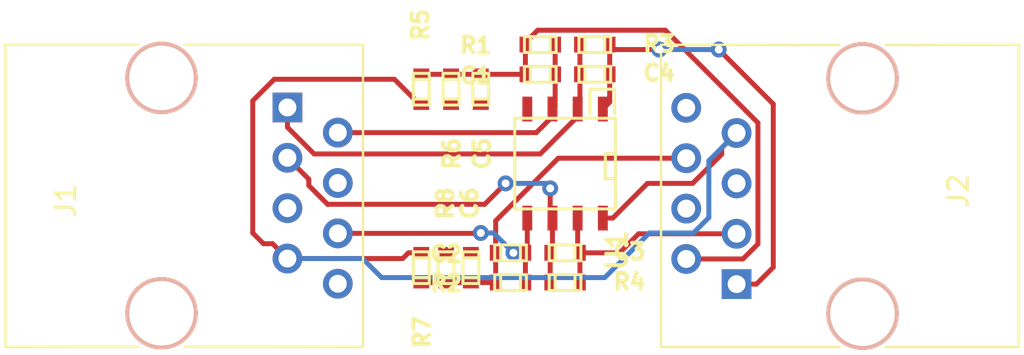
<source format=kicad_pcb>
(kicad_pcb (version 20170123) (host pcbnew "(2017-04-22 revision b385413)-master")

  (general
    (links 38)
    (no_connects 38)
    (area 119.554999 67.1425 171.595001 85.365001)
    (thickness 1.6)
    (drawings 0)
    (tracks 102)
    (zones 0)
    (modules 17)
    (nets 15)
  )

  (page A4)
  (layers
    (0 F.Cu signal)
    (31 B.Cu signal)
    (32 B.Adhes user)
    (33 F.Adhes user)
    (34 B.Paste user)
    (35 F.Paste user)
    (36 B.SilkS user)
    (37 F.SilkS user)
    (38 B.Mask user)
    (39 F.Mask user)
    (40 Dwgs.User user)
    (41 Cmts.User user)
    (42 Eco1.User user)
    (43 Eco2.User user)
    (44 Edge.Cuts user)
    (45 Margin user)
    (46 B.CrtYd user)
    (47 F.CrtYd user)
    (48 B.Fab user)
    (49 F.Fab user)
  )

  (setup
    (last_trace_width 0.25)
    (trace_clearance 0.2)
    (zone_clearance 0.508)
    (zone_45_only no)
    (trace_min 0.2)
    (segment_width 0.2)
    (edge_width 0.15)
    (via_size 0.8)
    (via_drill 0.4)
    (via_min_size 0.4)
    (via_min_drill 0.3)
    (uvia_size 0.3)
    (uvia_drill 0.1)
    (uvias_allowed no)
    (uvia_min_size 0.2)
    (uvia_min_drill 0.1)
    (pcb_text_width 0.3)
    (pcb_text_size 1.5 1.5)
    (mod_edge_width 0.15)
    (mod_text_size 1 1)
    (mod_text_width 0.15)
    (pad_size 1.524 1.524)
    (pad_drill 0.762)
    (pad_to_mask_clearance 0.2)
    (aux_axis_origin 0 0)
    (visible_elements FFF9FF7F)
    (pcbplotparams
      (layerselection 0x00030_ffffffff)
      (usegerberextensions false)
      (excludeedgelayer true)
      (linewidth 0.100000)
      (plotframeref false)
      (viasonmask false)
      (mode 1)
      (useauxorigin false)
      (hpglpennumber 1)
      (hpglpenspeed 20)
      (hpglpendiameter 15)
      (psnegative false)
      (psa4output false)
      (plotreference true)
      (plotvalue true)
      (plotinvisibletext false)
      (padsonsilk false)
      (subtractmaskfromsilk false)
      (outputformat 1)
      (mirror false)
      (drillshape 1)
      (scaleselection 1)
      (outputdirectory ""))
  )

  (net 0 "")
  (net 1 "Net-(C1-Pad2)")
  (net 2 "Net-(C1-Pad1)")
  (net 3 "Net-(C2-Pad1)")
  (net 4 "Net-(C2-Pad2)")
  (net 5 "Net-(C3-Pad1)")
  (net 6 "Net-(C3-Pad2)")
  (net 7 "Net-(C4-Pad2)")
  (net 8 "Net-(C4-Pad1)")
  (net 9 GND)
  (net 10 +5V)
  (net 11 "Net-(J1-Pad5)")
  (net 12 "Net-(J1-Pad4)")
  (net 13 "Net-(J2-Pad4)")
  (net 14 "Net-(J2-Pad5)")

  (net_class Default "This is the default net class."
    (clearance 0.2)
    (trace_width 0.25)
    (via_dia 0.8)
    (via_drill 0.4)
    (uvia_dia 0.3)
    (uvia_drill 0.1)
    (add_net +5V)
    (add_net GND)
    (add_net "Net-(C1-Pad1)")
    (add_net "Net-(C1-Pad2)")
    (add_net "Net-(C2-Pad1)")
    (add_net "Net-(C2-Pad2)")
    (add_net "Net-(C3-Pad1)")
    (add_net "Net-(C3-Pad2)")
    (add_net "Net-(C4-Pad1)")
    (add_net "Net-(C4-Pad2)")
    (add_net "Net-(J1-Pad4)")
    (add_net "Net-(J1-Pad5)")
    (add_net "Net-(J2-Pad4)")
    (add_net "Net-(J2-Pad5)")
  )

  (module stmbl:C_0603 (layer F.Cu) (tedit 58865B58) (tstamp 592E3406)
    (at 147 71)
    (descr "Capacitor SMD 0603, reflow soldering, AVX (see smccp.pdf)")
    (tags "capacitor 0603")
    (path /592E0C46)
    (attr smd)
    (fp_text reference C1 (at -3.248 0.064) (layer F.SilkS)
      (effects (font (size 0.8 0.8) (thickness 0.2)))
    )
    (fp_text value 27p (at 0 1.4) (layer F.Fab)
      (effects (font (size 1 1) (thickness 0.15)))
    )
    (fp_line (start 0.5 -0.4) (end 0.5 0.4) (layer F.SilkS) (width 0.15))
    (fp_line (start -0.5 -0.4) (end -0.5 0.4) (layer F.SilkS) (width 0.15))
    (fp_line (start 0.8 -0.4) (end -0.8 -0.4) (layer F.SilkS) (width 0.15))
    (fp_line (start 0.8 0.4) (end 0.8 -0.4) (layer F.SilkS) (width 0.15))
    (fp_line (start -0.8 0.4) (end 0.8 0.4) (layer F.SilkS) (width 0.15))
    (fp_line (start -0.8 -0.4) (end -0.8 0.4) (layer F.SilkS) (width 0.15))
    (fp_line (start -1.3 -0.6) (end 1.3 -0.6) (layer F.CrtYd) (width 0.05))
    (fp_line (start -1.3 0.6) (end 1.3 0.6) (layer F.CrtYd) (width 0.05))
    (fp_line (start -1.3 -0.6) (end -1.3 0.6) (layer F.CrtYd) (width 0.05))
    (fp_line (start 1.3 -0.6) (end 1.3 0.6) (layer F.CrtYd) (width 0.05))
    (pad 2 smd rect (at 0.75 0) (size 0.59 0.8) (layers F.Cu F.Paste F.Mask)
      (net 1 "Net-(C1-Pad2)") (solder_mask_margin 0.1))
    (pad 1 smd rect (at -0.75 0) (size 0.59 0.8) (layers F.Cu F.Paste F.Mask)
      (net 2 "Net-(C1-Pad1)") (solder_mask_margin 0.1))
    (model Capacitors_SMD.3dshapes/C_0603.wrl
      (at (xyz 0 0 0))
      (scale (xyz 1 1 1))
      (rotate (xyz 0 0 0))
    )
  )

  (module stmbl:C_0603 (layer F.Cu) (tedit 58865B58) (tstamp 592E3416)
    (at 145.5 80)
    (descr "Capacitor SMD 0603, reflow soldering, AVX (see smccp.pdf)")
    (tags "capacitor 0603")
    (path /592E0E05)
    (attr smd)
    (fp_text reference C2 (at -3.248 0.064) (layer F.SilkS)
      (effects (font (size 0.8 0.8) (thickness 0.2)))
    )
    (fp_text value 27p (at 0 1.4) (layer F.Fab)
      (effects (font (size 1 1) (thickness 0.15)))
    )
    (fp_line (start 1.3 -0.6) (end 1.3 0.6) (layer F.CrtYd) (width 0.05))
    (fp_line (start -1.3 -0.6) (end -1.3 0.6) (layer F.CrtYd) (width 0.05))
    (fp_line (start -1.3 0.6) (end 1.3 0.6) (layer F.CrtYd) (width 0.05))
    (fp_line (start -1.3 -0.6) (end 1.3 -0.6) (layer F.CrtYd) (width 0.05))
    (fp_line (start -0.8 -0.4) (end -0.8 0.4) (layer F.SilkS) (width 0.15))
    (fp_line (start -0.8 0.4) (end 0.8 0.4) (layer F.SilkS) (width 0.15))
    (fp_line (start 0.8 0.4) (end 0.8 -0.4) (layer F.SilkS) (width 0.15))
    (fp_line (start 0.8 -0.4) (end -0.8 -0.4) (layer F.SilkS) (width 0.15))
    (fp_line (start -0.5 -0.4) (end -0.5 0.4) (layer F.SilkS) (width 0.15))
    (fp_line (start 0.5 -0.4) (end 0.5 0.4) (layer F.SilkS) (width 0.15))
    (pad 1 smd rect (at -0.75 0) (size 0.59 0.8) (layers F.Cu F.Paste F.Mask)
      (net 3 "Net-(C2-Pad1)") (solder_mask_margin 0.1))
    (pad 2 smd rect (at 0.75 0) (size 0.59 0.8) (layers F.Cu F.Paste F.Mask)
      (net 4 "Net-(C2-Pad2)") (solder_mask_margin 0.1))
    (model Capacitors_SMD.3dshapes/C_0603.wrl
      (at (xyz 0 0 0))
      (scale (xyz 1 1 1))
      (rotate (xyz 0 0 0))
    )
  )

  (module stmbl:C_0603 (layer F.Cu) (tedit 58865B58) (tstamp 592E3426)
    (at 148.25 80 180)
    (descr "Capacitor SMD 0603, reflow soldering, AVX (see smccp.pdf)")
    (tags "capacitor 0603")
    (path /592E0986)
    (attr smd)
    (fp_text reference C3 (at -3.248 0.064 180) (layer F.SilkS)
      (effects (font (size 0.8 0.8) (thickness 0.2)))
    )
    (fp_text value 27p (at 0 1.4 180) (layer F.Fab)
      (effects (font (size 1 1) (thickness 0.15)))
    )
    (fp_line (start 1.3 -0.6) (end 1.3 0.6) (layer F.CrtYd) (width 0.05))
    (fp_line (start -1.3 -0.6) (end -1.3 0.6) (layer F.CrtYd) (width 0.05))
    (fp_line (start -1.3 0.6) (end 1.3 0.6) (layer F.CrtYd) (width 0.05))
    (fp_line (start -1.3 -0.6) (end 1.3 -0.6) (layer F.CrtYd) (width 0.05))
    (fp_line (start -0.8 -0.4) (end -0.8 0.4) (layer F.SilkS) (width 0.15))
    (fp_line (start -0.8 0.4) (end 0.8 0.4) (layer F.SilkS) (width 0.15))
    (fp_line (start 0.8 0.4) (end 0.8 -0.4) (layer F.SilkS) (width 0.15))
    (fp_line (start 0.8 -0.4) (end -0.8 -0.4) (layer F.SilkS) (width 0.15))
    (fp_line (start -0.5 -0.4) (end -0.5 0.4) (layer F.SilkS) (width 0.15))
    (fp_line (start 0.5 -0.4) (end 0.5 0.4) (layer F.SilkS) (width 0.15))
    (pad 1 smd rect (at -0.75 0 180) (size 0.59 0.8) (layers F.Cu F.Paste F.Mask)
      (net 5 "Net-(C3-Pad1)") (solder_mask_margin 0.1))
    (pad 2 smd rect (at 0.75 0 180) (size 0.59 0.8) (layers F.Cu F.Paste F.Mask)
      (net 6 "Net-(C3-Pad2)") (solder_mask_margin 0.1))
    (model Capacitors_SMD.3dshapes/C_0603.wrl
      (at (xyz 0 0 0))
      (scale (xyz 1 1 1))
      (rotate (xyz 0 0 0))
    )
  )

  (module stmbl:C_0603 (layer F.Cu) (tedit 58865B58) (tstamp 592E3436)
    (at 149.75 71 180)
    (descr "Capacitor SMD 0603, reflow soldering, AVX (see smccp.pdf)")
    (tags "capacitor 0603")
    (path /592E0942)
    (attr smd)
    (fp_text reference C4 (at -3.248 0.064 180) (layer F.SilkS)
      (effects (font (size 0.8 0.8) (thickness 0.2)))
    )
    (fp_text value 27p (at 0 1.4 180) (layer F.Fab)
      (effects (font (size 1 1) (thickness 0.15)))
    )
    (fp_line (start 0.5 -0.4) (end 0.5 0.4) (layer F.SilkS) (width 0.15))
    (fp_line (start -0.5 -0.4) (end -0.5 0.4) (layer F.SilkS) (width 0.15))
    (fp_line (start 0.8 -0.4) (end -0.8 -0.4) (layer F.SilkS) (width 0.15))
    (fp_line (start 0.8 0.4) (end 0.8 -0.4) (layer F.SilkS) (width 0.15))
    (fp_line (start -0.8 0.4) (end 0.8 0.4) (layer F.SilkS) (width 0.15))
    (fp_line (start -0.8 -0.4) (end -0.8 0.4) (layer F.SilkS) (width 0.15))
    (fp_line (start -1.3 -0.6) (end 1.3 -0.6) (layer F.CrtYd) (width 0.05))
    (fp_line (start -1.3 0.6) (end 1.3 0.6) (layer F.CrtYd) (width 0.05))
    (fp_line (start -1.3 -0.6) (end -1.3 0.6) (layer F.CrtYd) (width 0.05))
    (fp_line (start 1.3 -0.6) (end 1.3 0.6) (layer F.CrtYd) (width 0.05))
    (pad 2 smd rect (at 0.75 0 180) (size 0.59 0.8) (layers F.Cu F.Paste F.Mask)
      (net 7 "Net-(C4-Pad2)") (solder_mask_margin 0.1))
    (pad 1 smd rect (at -0.75 0 180) (size 0.59 0.8) (layers F.Cu F.Paste F.Mask)
      (net 8 "Net-(C4-Pad1)") (solder_mask_margin 0.1))
    (model Capacitors_SMD.3dshapes/C_0603.wrl
      (at (xyz 0 0 0))
      (scale (xyz 1 1 1))
      (rotate (xyz 0 0 0))
    )
  )

  (module stmbl:C_0603 (layer F.Cu) (tedit 58865B58) (tstamp 592E3446)
    (at 144 71.75 90)
    (descr "Capacitor SMD 0603, reflow soldering, AVX (see smccp.pdf)")
    (tags "capacitor 0603")
    (path /592E10E2)
    (attr smd)
    (fp_text reference C5 (at -3.248 0.064 90) (layer F.SilkS)
      (effects (font (size 0.8 0.8) (thickness 0.2)))
    )
    (fp_text value 100n (at 0 1.4 90) (layer F.Fab)
      (effects (font (size 1 1) (thickness 0.15)))
    )
    (fp_line (start 0.5 -0.4) (end 0.5 0.4) (layer F.SilkS) (width 0.15))
    (fp_line (start -0.5 -0.4) (end -0.5 0.4) (layer F.SilkS) (width 0.15))
    (fp_line (start 0.8 -0.4) (end -0.8 -0.4) (layer F.SilkS) (width 0.15))
    (fp_line (start 0.8 0.4) (end 0.8 -0.4) (layer F.SilkS) (width 0.15))
    (fp_line (start -0.8 0.4) (end 0.8 0.4) (layer F.SilkS) (width 0.15))
    (fp_line (start -0.8 -0.4) (end -0.8 0.4) (layer F.SilkS) (width 0.15))
    (fp_line (start -1.3 -0.6) (end 1.3 -0.6) (layer F.CrtYd) (width 0.05))
    (fp_line (start -1.3 0.6) (end 1.3 0.6) (layer F.CrtYd) (width 0.05))
    (fp_line (start -1.3 -0.6) (end -1.3 0.6) (layer F.CrtYd) (width 0.05))
    (fp_line (start 1.3 -0.6) (end 1.3 0.6) (layer F.CrtYd) (width 0.05))
    (pad 2 smd rect (at 0.75 0 90) (size 0.59 0.8) (layers F.Cu F.Paste F.Mask)
      (net 2 "Net-(C1-Pad1)") (solder_mask_margin 0.1))
    (pad 1 smd rect (at -0.75 0 90) (size 0.59 0.8) (layers F.Cu F.Paste F.Mask)
      (net 9 GND) (solder_mask_margin 0.1))
    (model Capacitors_SMD.3dshapes/C_0603.wrl
      (at (xyz 0 0 0))
      (scale (xyz 1 1 1))
      (rotate (xyz 0 0 0))
    )
  )

  (module stmbl:C_0603 (layer F.Cu) (tedit 58865B58) (tstamp 592E3456)
    (at 143.5 80.75 270)
    (descr "Capacitor SMD 0603, reflow soldering, AVX (see smccp.pdf)")
    (tags "capacitor 0603")
    (path /592E1BDE)
    (attr smd)
    (fp_text reference C6 (at -3.248 0.064 270) (layer F.SilkS)
      (effects (font (size 0.8 0.8) (thickness 0.2)))
    )
    (fp_text value 100n (at 0 1.4 270) (layer F.Fab)
      (effects (font (size 1 1) (thickness 0.15)))
    )
    (fp_line (start 1.3 -0.6) (end 1.3 0.6) (layer F.CrtYd) (width 0.05))
    (fp_line (start -1.3 -0.6) (end -1.3 0.6) (layer F.CrtYd) (width 0.05))
    (fp_line (start -1.3 0.6) (end 1.3 0.6) (layer F.CrtYd) (width 0.05))
    (fp_line (start -1.3 -0.6) (end 1.3 -0.6) (layer F.CrtYd) (width 0.05))
    (fp_line (start -0.8 -0.4) (end -0.8 0.4) (layer F.SilkS) (width 0.15))
    (fp_line (start -0.8 0.4) (end 0.8 0.4) (layer F.SilkS) (width 0.15))
    (fp_line (start 0.8 0.4) (end 0.8 -0.4) (layer F.SilkS) (width 0.15))
    (fp_line (start 0.8 -0.4) (end -0.8 -0.4) (layer F.SilkS) (width 0.15))
    (fp_line (start -0.5 -0.4) (end -0.5 0.4) (layer F.SilkS) (width 0.15))
    (fp_line (start 0.5 -0.4) (end 0.5 0.4) (layer F.SilkS) (width 0.15))
    (pad 1 smd rect (at -0.75 0 270) (size 0.59 0.8) (layers F.Cu F.Paste F.Mask)
      (net 9 GND) (solder_mask_margin 0.1))
    (pad 2 smd rect (at 0.75 0 270) (size 0.59 0.8) (layers F.Cu F.Paste F.Mask)
      (net 3 "Net-(C2-Pad1)") (solder_mask_margin 0.1))
    (model Capacitors_SMD.3dshapes/C_0603.wrl
      (at (xyz 0 0 0))
      (scale (xyz 1 1 1))
      (rotate (xyz 0 0 0))
    )
  )

  (module Connect:RJ45_8 (layer F.Cu) (tedit 0) (tstamp 592E346E)
    (at 134.25 72.67 270)
    (tags RJ45)
    (path /592E009D)
    (fp_text reference J1 (at 4.7 11.18 270) (layer F.SilkS)
      (effects (font (size 1 1) (thickness 0.15)))
    )
    (fp_text value RJ45 (at 4.59 6.25 270) (layer F.Fab)
      (effects (font (size 1 1) (thickness 0.15)))
    )
    (fp_line (start 12.46 14.47) (end -3.56 14.47) (layer F.CrtYd) (width 0.05))
    (fp_line (start 12.46 14.47) (end 12.46 -4.06) (layer F.CrtYd) (width 0.05))
    (fp_line (start -3.56 -4.06) (end -3.56 14.47) (layer F.CrtYd) (width 0.05))
    (fp_line (start -3.56 -4.06) (end 12.46 -4.06) (layer F.CrtYd) (width 0.05))
    (fp_line (start -3.17 7.51) (end -3.17 14.22) (layer F.SilkS) (width 0.12))
    (fp_line (start 12.06 7.52) (end 12.07 14.22) (layer F.SilkS) (width 0.12))
    (fp_line (start -3.17 -3.81) (end -3.17 5.19) (layer F.SilkS) (width 0.12))
    (fp_line (start 12.07 -3.81) (end -3.17 -3.81) (layer F.SilkS) (width 0.12))
    (fp_line (start 12.07 -3.81) (end 12.06 5.18) (layer F.SilkS) (width 0.12))
    (fp_line (start -3.17 14.22) (end 12.07 14.22) (layer F.SilkS) (width 0.12))
    (pad 8 thru_hole circle (at 8.89 -2.54 270) (size 1.5 1.5) (drill 0.9) (layers *.Cu *.Mask)
      (net 9 GND))
    (pad 7 thru_hole circle (at 7.62 0 270) (size 1.5 1.5) (drill 0.9) (layers *.Cu *.Mask)
      (net 10 +5V))
    (pad 6 thru_hole circle (at 6.35 -2.54 270) (size 1.5 1.5) (drill 0.9) (layers *.Cu *.Mask)
      (net 4 "Net-(C2-Pad2)"))
    (pad 5 thru_hole circle (at 5.08 0 270) (size 1.5 1.5) (drill 0.9) (layers *.Cu *.Mask)
      (net 11 "Net-(J1-Pad5)"))
    (pad 4 thru_hole circle (at 3.81 -2.54 270) (size 1.5 1.5) (drill 0.9) (layers *.Cu *.Mask)
      (net 12 "Net-(J1-Pad4)"))
    (pad 3 thru_hole circle (at 2.54 0 270) (size 1.5 1.5) (drill 0.9) (layers *.Cu *.Mask)
      (net 6 "Net-(C3-Pad2)"))
    (pad 2 thru_hole circle (at 1.27 -2.54 270) (size 1.5 1.5) (drill 0.9) (layers *.Cu *.Mask)
      (net 1 "Net-(C1-Pad2)"))
    (pad 1 thru_hole rect (at 0 0 270) (size 1.5 1.5) (drill 0.9) (layers *.Cu *.Mask)
      (net 7 "Net-(C4-Pad2)"))
    (pad Hole np_thru_hole circle (at -1.49 6.35 270) (size 3.65 3.65) (drill 3.25) (layers *.Cu *.SilkS *.Mask))
    (pad Hole np_thru_hole circle (at 10.38 6.35 270) (size 3.65 3.65) (drill 3.25) (layers *.Cu *.SilkS *.Mask))
    (model Connectors.3dshapes/RJ45_8.wrl
      (at (xyz 0.18 -0.25 0))
      (scale (xyz 0.4 0.4 0.4))
      (rotate (xyz 0 0 0))
    )
  )

  (module Connect:RJ45_8 (layer F.Cu) (tedit 0) (tstamp 592E3486)
    (at 156.9 81.58 90)
    (tags RJ45)
    (path /592E00E5)
    (fp_text reference J2 (at 4.7 11.18 90) (layer F.SilkS)
      (effects (font (size 1 1) (thickness 0.15)))
    )
    (fp_text value RJ45 (at 4.59 6.25 90) (layer F.Fab)
      (effects (font (size 1 1) (thickness 0.15)))
    )
    (fp_line (start -3.17 14.22) (end 12.07 14.22) (layer F.SilkS) (width 0.12))
    (fp_line (start 12.07 -3.81) (end 12.06 5.18) (layer F.SilkS) (width 0.12))
    (fp_line (start 12.07 -3.81) (end -3.17 -3.81) (layer F.SilkS) (width 0.12))
    (fp_line (start -3.17 -3.81) (end -3.17 5.19) (layer F.SilkS) (width 0.12))
    (fp_line (start 12.06 7.52) (end 12.07 14.22) (layer F.SilkS) (width 0.12))
    (fp_line (start -3.17 7.51) (end -3.17 14.22) (layer F.SilkS) (width 0.12))
    (fp_line (start -3.56 -4.06) (end 12.46 -4.06) (layer F.CrtYd) (width 0.05))
    (fp_line (start -3.56 -4.06) (end -3.56 14.47) (layer F.CrtYd) (width 0.05))
    (fp_line (start 12.46 14.47) (end 12.46 -4.06) (layer F.CrtYd) (width 0.05))
    (fp_line (start 12.46 14.47) (end -3.56 14.47) (layer F.CrtYd) (width 0.05))
    (pad Hole np_thru_hole circle (at 10.38 6.35 90) (size 3.65 3.65) (drill 3.25) (layers *.Cu *.SilkS *.Mask))
    (pad Hole np_thru_hole circle (at -1.49 6.35 90) (size 3.65 3.65) (drill 3.25) (layers *.Cu *.SilkS *.Mask))
    (pad 1 thru_hole rect (at 0 0 90) (size 1.5 1.5) (drill 0.9) (layers *.Cu *.Mask)
      (net 8 "Net-(C4-Pad1)"))
    (pad 2 thru_hole circle (at 1.27 -2.54 90) (size 1.5 1.5) (drill 0.9) (layers *.Cu *.Mask)
      (net 2 "Net-(C1-Pad1)"))
    (pad 3 thru_hole circle (at 2.54 0 90) (size 1.5 1.5) (drill 0.9) (layers *.Cu *.Mask)
      (net 5 "Net-(C3-Pad1)"))
    (pad 4 thru_hole circle (at 3.81 -2.54 90) (size 1.5 1.5) (drill 0.9) (layers *.Cu *.Mask)
      (net 13 "Net-(J2-Pad4)"))
    (pad 5 thru_hole circle (at 5.08 0 90) (size 1.5 1.5) (drill 0.9) (layers *.Cu *.Mask)
      (net 14 "Net-(J2-Pad5)"))
    (pad 6 thru_hole circle (at 6.35 -2.54 90) (size 1.5 1.5) (drill 0.9) (layers *.Cu *.Mask)
      (net 3 "Net-(C2-Pad1)"))
    (pad 7 thru_hole circle (at 7.62 0 90) (size 1.5 1.5) (drill 0.9) (layers *.Cu *.Mask)
      (net 10 +5V))
    (pad 8 thru_hole circle (at 8.89 -2.54 90) (size 1.5 1.5) (drill 0.9) (layers *.Cu *.Mask)
      (net 9 GND))
    (model Connectors.3dshapes/RJ45_8.wrl
      (at (xyz 0.18 -0.25 0))
      (scale (xyz 0.4 0.4 0.4))
      (rotate (xyz 0 0 0))
    )
  )

  (module stmbl:R_0603 (layer F.Cu) (tedit 58865CE9) (tstamp 592E3496)
    (at 147 69.5)
    (descr "Resistor SMD 0603, reflow soldering, Vishay (see dcrcw.pdf)")
    (tags "resistor 0603")
    (path /592E0C0B)
    (attr smd)
    (fp_text reference R1 (at -3.248 0.04) (layer F.SilkS)
      (effects (font (size 0.8 0.8) (thickness 0.2)))
    )
    (fp_text value 100k (at 0 1.4) (layer F.Fab)
      (effects (font (size 1 1) (thickness 0.15)))
    )
    (fp_line (start 0.5 -0.4) (end 0.5 0.4) (layer F.SilkS) (width 0.15))
    (fp_line (start -0.5 -0.4) (end -0.5 0.4) (layer F.SilkS) (width 0.15))
    (fp_line (start 0.8 -0.4) (end -0.8 -0.4) (layer F.SilkS) (width 0.15))
    (fp_line (start 0.8 0.4) (end 0.8 -0.4) (layer F.SilkS) (width 0.15))
    (fp_line (start -0.8 0.4) (end 0.8 0.4) (layer F.SilkS) (width 0.15))
    (fp_line (start -0.8 -0.4) (end -0.8 0.4) (layer F.SilkS) (width 0.15))
    (fp_line (start -1.3 -0.6) (end 1.3 -0.6) (layer F.CrtYd) (width 0.05))
    (fp_line (start -1.3 0.6) (end 1.3 0.6) (layer F.CrtYd) (width 0.05))
    (fp_line (start -1.3 -0.6) (end -1.3 0.6) (layer F.CrtYd) (width 0.05))
    (fp_line (start 1.3 -0.6) (end 1.3 0.6) (layer F.CrtYd) (width 0.05))
    (pad 2 smd rect (at 0.75 0) (size 0.59 0.8) (layers F.Cu F.Paste F.Mask)
      (net 1 "Net-(C1-Pad2)") (solder_mask_margin 0.1))
    (pad 1 smd rect (at -0.75 0) (size 0.59 0.8) (layers F.Cu F.Paste F.Mask)
      (net 2 "Net-(C1-Pad1)") (solder_mask_margin 0.1))
    (model Resistors_SMD.3dshapes/R_0603.wrl
      (at (xyz 0 0 0))
      (scale (xyz 1 1 1))
      (rotate (xyz 0 0 0))
    )
  )

  (module stmbl:R_0603 (layer F.Cu) (tedit 58865CE9) (tstamp 592E34A6)
    (at 145.5 81.5)
    (descr "Resistor SMD 0603, reflow soldering, Vishay (see dcrcw.pdf)")
    (tags "resistor 0603")
    (path /592E0DC4)
    (attr smd)
    (fp_text reference R2 (at -3.248 0.04) (layer F.SilkS)
      (effects (font (size 0.8 0.8) (thickness 0.2)))
    )
    (fp_text value 100k (at 0 1.4) (layer F.Fab)
      (effects (font (size 1 1) (thickness 0.15)))
    )
    (fp_line (start 1.3 -0.6) (end 1.3 0.6) (layer F.CrtYd) (width 0.05))
    (fp_line (start -1.3 -0.6) (end -1.3 0.6) (layer F.CrtYd) (width 0.05))
    (fp_line (start -1.3 0.6) (end 1.3 0.6) (layer F.CrtYd) (width 0.05))
    (fp_line (start -1.3 -0.6) (end 1.3 -0.6) (layer F.CrtYd) (width 0.05))
    (fp_line (start -0.8 -0.4) (end -0.8 0.4) (layer F.SilkS) (width 0.15))
    (fp_line (start -0.8 0.4) (end 0.8 0.4) (layer F.SilkS) (width 0.15))
    (fp_line (start 0.8 0.4) (end 0.8 -0.4) (layer F.SilkS) (width 0.15))
    (fp_line (start 0.8 -0.4) (end -0.8 -0.4) (layer F.SilkS) (width 0.15))
    (fp_line (start -0.5 -0.4) (end -0.5 0.4) (layer F.SilkS) (width 0.15))
    (fp_line (start 0.5 -0.4) (end 0.5 0.4) (layer F.SilkS) (width 0.15))
    (pad 1 smd rect (at -0.75 0) (size 0.59 0.8) (layers F.Cu F.Paste F.Mask)
      (net 3 "Net-(C2-Pad1)") (solder_mask_margin 0.1))
    (pad 2 smd rect (at 0.75 0) (size 0.59 0.8) (layers F.Cu F.Paste F.Mask)
      (net 4 "Net-(C2-Pad2)") (solder_mask_margin 0.1))
    (model Resistors_SMD.3dshapes/R_0603.wrl
      (at (xyz 0 0 0))
      (scale (xyz 1 1 1))
      (rotate (xyz 0 0 0))
    )
  )

  (module stmbl:R_0603 (layer F.Cu) (tedit 58865CE9) (tstamp 592E34B6)
    (at 149.75 69.5 180)
    (descr "Resistor SMD 0603, reflow soldering, Vishay (see dcrcw.pdf)")
    (tags "resistor 0603")
    (path /592E08D0)
    (attr smd)
    (fp_text reference R3 (at -3.248 0.04 180) (layer F.SilkS)
      (effects (font (size 0.8 0.8) (thickness 0.2)))
    )
    (fp_text value 100k (at 0 1.4 180) (layer F.Fab)
      (effects (font (size 1 1) (thickness 0.15)))
    )
    (fp_line (start 1.3 -0.6) (end 1.3 0.6) (layer F.CrtYd) (width 0.05))
    (fp_line (start -1.3 -0.6) (end -1.3 0.6) (layer F.CrtYd) (width 0.05))
    (fp_line (start -1.3 0.6) (end 1.3 0.6) (layer F.CrtYd) (width 0.05))
    (fp_line (start -1.3 -0.6) (end 1.3 -0.6) (layer F.CrtYd) (width 0.05))
    (fp_line (start -0.8 -0.4) (end -0.8 0.4) (layer F.SilkS) (width 0.15))
    (fp_line (start -0.8 0.4) (end 0.8 0.4) (layer F.SilkS) (width 0.15))
    (fp_line (start 0.8 0.4) (end 0.8 -0.4) (layer F.SilkS) (width 0.15))
    (fp_line (start 0.8 -0.4) (end -0.8 -0.4) (layer F.SilkS) (width 0.15))
    (fp_line (start -0.5 -0.4) (end -0.5 0.4) (layer F.SilkS) (width 0.15))
    (fp_line (start 0.5 -0.4) (end 0.5 0.4) (layer F.SilkS) (width 0.15))
    (pad 1 smd rect (at -0.75 0 180) (size 0.59 0.8) (layers F.Cu F.Paste F.Mask)
      (net 8 "Net-(C4-Pad1)") (solder_mask_margin 0.1))
    (pad 2 smd rect (at 0.75 0 180) (size 0.59 0.8) (layers F.Cu F.Paste F.Mask)
      (net 7 "Net-(C4-Pad2)") (solder_mask_margin 0.1))
    (model Resistors_SMD.3dshapes/R_0603.wrl
      (at (xyz 0 0 0))
      (scale (xyz 1 1 1))
      (rotate (xyz 0 0 0))
    )
  )

  (module stmbl:R_0603 (layer F.Cu) (tedit 58865CE9) (tstamp 592E34C6)
    (at 148.25 81.5 180)
    (descr "Resistor SMD 0603, reflow soldering, Vishay (see dcrcw.pdf)")
    (tags "resistor 0603")
    (path /592E0847)
    (attr smd)
    (fp_text reference R4 (at -3.248 0.04 180) (layer F.SilkS)
      (effects (font (size 0.8 0.8) (thickness 0.2)))
    )
    (fp_text value 100k (at 0 1.4 180) (layer F.Fab)
      (effects (font (size 1 1) (thickness 0.15)))
    )
    (fp_line (start 0.5 -0.4) (end 0.5 0.4) (layer F.SilkS) (width 0.15))
    (fp_line (start -0.5 -0.4) (end -0.5 0.4) (layer F.SilkS) (width 0.15))
    (fp_line (start 0.8 -0.4) (end -0.8 -0.4) (layer F.SilkS) (width 0.15))
    (fp_line (start 0.8 0.4) (end 0.8 -0.4) (layer F.SilkS) (width 0.15))
    (fp_line (start -0.8 0.4) (end 0.8 0.4) (layer F.SilkS) (width 0.15))
    (fp_line (start -0.8 -0.4) (end -0.8 0.4) (layer F.SilkS) (width 0.15))
    (fp_line (start -1.3 -0.6) (end 1.3 -0.6) (layer F.CrtYd) (width 0.05))
    (fp_line (start -1.3 0.6) (end 1.3 0.6) (layer F.CrtYd) (width 0.05))
    (fp_line (start -1.3 -0.6) (end -1.3 0.6) (layer F.CrtYd) (width 0.05))
    (fp_line (start 1.3 -0.6) (end 1.3 0.6) (layer F.CrtYd) (width 0.05))
    (pad 2 smd rect (at 0.75 0 180) (size 0.59 0.8) (layers F.Cu F.Paste F.Mask)
      (net 6 "Net-(C3-Pad2)") (solder_mask_margin 0.1))
    (pad 1 smd rect (at -0.75 0 180) (size 0.59 0.8) (layers F.Cu F.Paste F.Mask)
      (net 5 "Net-(C3-Pad1)") (solder_mask_margin 0.1))
    (model Resistors_SMD.3dshapes/R_0603.wrl
      (at (xyz 0 0 0))
      (scale (xyz 1 1 1))
      (rotate (xyz 0 0 0))
    )
  )

  (module stmbl:R_0603 (layer F.Cu) (tedit 58865CE9) (tstamp 592E34D6)
    (at 141 71.75 270)
    (descr "Resistor SMD 0603, reflow soldering, Vishay (see dcrcw.pdf)")
    (tags "resistor 0603")
    (path /592E1018)
    (attr smd)
    (fp_text reference R5 (at -3.248 0.04 270) (layer F.SilkS)
      (effects (font (size 0.8 0.8) (thickness 0.2)))
    )
    (fp_text value 120 (at 0 1.4 270) (layer F.Fab)
      (effects (font (size 1 1) (thickness 0.15)))
    )
    (fp_line (start 0.5 -0.4) (end 0.5 0.4) (layer F.SilkS) (width 0.15))
    (fp_line (start -0.5 -0.4) (end -0.5 0.4) (layer F.SilkS) (width 0.15))
    (fp_line (start 0.8 -0.4) (end -0.8 -0.4) (layer F.SilkS) (width 0.15))
    (fp_line (start 0.8 0.4) (end 0.8 -0.4) (layer F.SilkS) (width 0.15))
    (fp_line (start -0.8 0.4) (end 0.8 0.4) (layer F.SilkS) (width 0.15))
    (fp_line (start -0.8 -0.4) (end -0.8 0.4) (layer F.SilkS) (width 0.15))
    (fp_line (start -1.3 -0.6) (end 1.3 -0.6) (layer F.CrtYd) (width 0.05))
    (fp_line (start -1.3 0.6) (end 1.3 0.6) (layer F.CrtYd) (width 0.05))
    (fp_line (start -1.3 -0.6) (end -1.3 0.6) (layer F.CrtYd) (width 0.05))
    (fp_line (start 1.3 -0.6) (end 1.3 0.6) (layer F.CrtYd) (width 0.05))
    (pad 2 smd rect (at 0.75 0 270) (size 0.59 0.8) (layers F.Cu F.Paste F.Mask)
      (net 10 +5V) (solder_mask_margin 0.1))
    (pad 1 smd rect (at -0.75 0 270) (size 0.59 0.8) (layers F.Cu F.Paste F.Mask)
      (net 2 "Net-(C1-Pad1)") (solder_mask_margin 0.1))
    (model Resistors_SMD.3dshapes/R_0603.wrl
      (at (xyz 0 0 0))
      (scale (xyz 1 1 1))
      (rotate (xyz 0 0 0))
    )
  )

  (module stmbl:R_0603 (layer F.Cu) (tedit 58865CE9) (tstamp 592E34E6)
    (at 142.5 71.75 90)
    (descr "Resistor SMD 0603, reflow soldering, Vishay (see dcrcw.pdf)")
    (tags "resistor 0603")
    (path /592E1061)
    (attr smd)
    (fp_text reference R6 (at -3.248 0.04 90) (layer F.SilkS)
      (effects (font (size 0.8 0.8) (thickness 0.2)))
    )
    (fp_text value 120 (at 0 1.4 90) (layer F.Fab)
      (effects (font (size 1 1) (thickness 0.15)))
    )
    (fp_line (start 1.3 -0.6) (end 1.3 0.6) (layer F.CrtYd) (width 0.05))
    (fp_line (start -1.3 -0.6) (end -1.3 0.6) (layer F.CrtYd) (width 0.05))
    (fp_line (start -1.3 0.6) (end 1.3 0.6) (layer F.CrtYd) (width 0.05))
    (fp_line (start -1.3 -0.6) (end 1.3 -0.6) (layer F.CrtYd) (width 0.05))
    (fp_line (start -0.8 -0.4) (end -0.8 0.4) (layer F.SilkS) (width 0.15))
    (fp_line (start -0.8 0.4) (end 0.8 0.4) (layer F.SilkS) (width 0.15))
    (fp_line (start 0.8 0.4) (end 0.8 -0.4) (layer F.SilkS) (width 0.15))
    (fp_line (start 0.8 -0.4) (end -0.8 -0.4) (layer F.SilkS) (width 0.15))
    (fp_line (start -0.5 -0.4) (end -0.5 0.4) (layer F.SilkS) (width 0.15))
    (fp_line (start 0.5 -0.4) (end 0.5 0.4) (layer F.SilkS) (width 0.15))
    (pad 1 smd rect (at -0.75 0 90) (size 0.59 0.8) (layers F.Cu F.Paste F.Mask)
      (net 9 GND) (solder_mask_margin 0.1))
    (pad 2 smd rect (at 0.75 0 90) (size 0.59 0.8) (layers F.Cu F.Paste F.Mask)
      (net 2 "Net-(C1-Pad1)") (solder_mask_margin 0.1))
    (model Resistors_SMD.3dshapes/R_0603.wrl
      (at (xyz 0 0 0))
      (scale (xyz 1 1 1))
      (rotate (xyz 0 0 0))
    )
  )

  (module stmbl:R_0603 (layer F.Cu) (tedit 58865CE9) (tstamp 592E34F6)
    (at 141 80.75 90)
    (descr "Resistor SMD 0603, reflow soldering, Vishay (see dcrcw.pdf)")
    (tags "resistor 0603")
    (path /592E1BC6)
    (attr smd)
    (fp_text reference R7 (at -3.248 0.04 90) (layer F.SilkS)
      (effects (font (size 0.8 0.8) (thickness 0.2)))
    )
    (fp_text value 120 (at 0 1.4 90) (layer F.Fab)
      (effects (font (size 1 1) (thickness 0.15)))
    )
    (fp_line (start 0.5 -0.4) (end 0.5 0.4) (layer F.SilkS) (width 0.15))
    (fp_line (start -0.5 -0.4) (end -0.5 0.4) (layer F.SilkS) (width 0.15))
    (fp_line (start 0.8 -0.4) (end -0.8 -0.4) (layer F.SilkS) (width 0.15))
    (fp_line (start 0.8 0.4) (end 0.8 -0.4) (layer F.SilkS) (width 0.15))
    (fp_line (start -0.8 0.4) (end 0.8 0.4) (layer F.SilkS) (width 0.15))
    (fp_line (start -0.8 -0.4) (end -0.8 0.4) (layer F.SilkS) (width 0.15))
    (fp_line (start -1.3 -0.6) (end 1.3 -0.6) (layer F.CrtYd) (width 0.05))
    (fp_line (start -1.3 0.6) (end 1.3 0.6) (layer F.CrtYd) (width 0.05))
    (fp_line (start -1.3 -0.6) (end -1.3 0.6) (layer F.CrtYd) (width 0.05))
    (fp_line (start 1.3 -0.6) (end 1.3 0.6) (layer F.CrtYd) (width 0.05))
    (pad 2 smd rect (at 0.75 0 90) (size 0.59 0.8) (layers F.Cu F.Paste F.Mask)
      (net 10 +5V) (solder_mask_margin 0.1))
    (pad 1 smd rect (at -0.75 0 90) (size 0.59 0.8) (layers F.Cu F.Paste F.Mask)
      (net 3 "Net-(C2-Pad1)") (solder_mask_margin 0.1))
    (model Resistors_SMD.3dshapes/R_0603.wrl
      (at (xyz 0 0 0))
      (scale (xyz 1 1 1))
      (rotate (xyz 0 0 0))
    )
  )

  (module stmbl:R_0603 (layer F.Cu) (tedit 58865CE9) (tstamp 592E3506)
    (at 142.25 80.75 270)
    (descr "Resistor SMD 0603, reflow soldering, Vishay (see dcrcw.pdf)")
    (tags "resistor 0603")
    (path /592E1BCC)
    (attr smd)
    (fp_text reference R8 (at -3.248 0.04 270) (layer F.SilkS)
      (effects (font (size 0.8 0.8) (thickness 0.2)))
    )
    (fp_text value 120 (at 0 1.4 270) (layer F.Fab)
      (effects (font (size 1 1) (thickness 0.15)))
    )
    (fp_line (start 1.3 -0.6) (end 1.3 0.6) (layer F.CrtYd) (width 0.05))
    (fp_line (start -1.3 -0.6) (end -1.3 0.6) (layer F.CrtYd) (width 0.05))
    (fp_line (start -1.3 0.6) (end 1.3 0.6) (layer F.CrtYd) (width 0.05))
    (fp_line (start -1.3 -0.6) (end 1.3 -0.6) (layer F.CrtYd) (width 0.05))
    (fp_line (start -0.8 -0.4) (end -0.8 0.4) (layer F.SilkS) (width 0.15))
    (fp_line (start -0.8 0.4) (end 0.8 0.4) (layer F.SilkS) (width 0.15))
    (fp_line (start 0.8 0.4) (end 0.8 -0.4) (layer F.SilkS) (width 0.15))
    (fp_line (start 0.8 -0.4) (end -0.8 -0.4) (layer F.SilkS) (width 0.15))
    (fp_line (start -0.5 -0.4) (end -0.5 0.4) (layer F.SilkS) (width 0.15))
    (fp_line (start 0.5 -0.4) (end 0.5 0.4) (layer F.SilkS) (width 0.15))
    (pad 1 smd rect (at -0.75 0 270) (size 0.59 0.8) (layers F.Cu F.Paste F.Mask)
      (net 9 GND) (solder_mask_margin 0.1))
    (pad 2 smd rect (at 0.75 0 270) (size 0.59 0.8) (layers F.Cu F.Paste F.Mask)
      (net 3 "Net-(C2-Pad1)") (solder_mask_margin 0.1))
    (model Resistors_SMD.3dshapes/R_0603.wrl
      (at (xyz 0 0 0))
      (scale (xyz 1 1 1))
      (rotate (xyz 0 0 0))
    )
  )

  (module stmbl:SOIC-8-N (layer F.Cu) (tedit 5895993B) (tstamp 592E351C)
    (at 148.25 75.5 270)
    (descr "Module Narrow CMS SOJ 8 pins large")
    (tags "CMS SOJ")
    (path /592E0206)
    (attr smd)
    (fp_text reference U1 (at 4.362 -2.624 270) (layer F.SilkS)
      (effects (font (size 1 1) (thickness 0.2)))
    )
    (fp_text value LM393 (at 0 1.27 270) (layer F.Fab)
      (effects (font (size 1 1) (thickness 0.15)))
    )
    (fp_line (start -3.75 -1.25) (end -3.75 -2.5) (layer F.SilkS) (width 0.15))
    (fp_line (start -2.5 -1.25) (end -3.75 -1.25) (layer F.SilkS) (width 0.15))
    (fp_line (start -3.75 -2.5) (end -2.5 -2.5) (layer F.SilkS) (width 0.15))
    (fp_line (start 2.286 -2.54) (end 2.286 2.54) (layer F.SilkS) (width 0.15))
    (fp_line (start 2.286 2.54) (end -2.286 2.54) (layer F.SilkS) (width 0.15))
    (fp_line (start -2.286 2.54) (end -2.286 -2.54) (layer F.SilkS) (width 0.15))
    (fp_line (start -2.286 -2.54) (end 2.286 -2.54) (layer F.SilkS) (width 0.15))
    (fp_line (start 0.762 -2.54) (end 0.762 -2.032) (layer F.SilkS) (width 0.15))
    (fp_line (start 0.762 -2.032) (end -0.508 -2.032) (layer F.SilkS) (width 0.15))
    (fp_line (start -0.508 -2.032) (end -0.508 -2.54) (layer F.SilkS) (width 0.15))
    (pad 1 smd rect (at -2.75 -1.905 180) (size 0.5 1.25) (layers F.Cu F.Paste F.Mask)
      (net 8 "Net-(C4-Pad1)"))
    (pad 2 smd rect (at -2.75 -0.635 180) (size 0.5 1.25) (layers F.Cu F.Paste F.Mask)
      (net 7 "Net-(C4-Pad2)"))
    (pad 3 smd rect (at -2.75 0.635 180) (size 0.5 1.25) (layers F.Cu F.Paste F.Mask)
      (net 1 "Net-(C1-Pad2)"))
    (pad 4 smd rect (at -2.75 1.905 180) (size 0.5 1.25) (layers F.Cu F.Paste F.Mask)
      (net 9 GND))
    (pad 5 smd rect (at 2.75 1.905 180) (size 0.5 1.25) (layers F.Cu F.Paste F.Mask)
      (net 4 "Net-(C2-Pad2)"))
    (pad 6 smd rect (at 2.75 0.635 180) (size 0.5 1.25) (layers F.Cu F.Paste F.Mask)
      (net 6 "Net-(C3-Pad2)"))
    (pad 7 smd rect (at 2.75 -0.635 180) (size 0.5 1.25) (layers F.Cu F.Paste F.Mask)
      (net 5 "Net-(C3-Pad1)"))
    (pad 8 smd rect (at 2.75 -1.905 180) (size 0.5 1.25) (layers F.Cu F.Paste F.Mask)
      (net 10 +5V))
    (model ${KIPRJMOD}/../lib/stmbl.pretty/so8.wrl
      (at (xyz -0.1220472440944882 -0.09842519685039371 0))
      (scale (xyz 0.394 0.394 0.394))
      (rotate (xyz 0 0 0))
    )
  )

  (segment (start 136.79 73.94) (end 146.8 73.94) (width 0.25) (layer F.Cu) (net 1))
  (segment (start 146.8 73.94) (end 147.615 73.125) (width 0.25) (layer F.Cu) (net 1))
  (segment (start 147.615 73.125) (end 147.615 72.75) (width 0.25) (layer F.Cu) (net 1))
  (segment (start 147.75 71) (end 147.75 72.615) (width 0.25) (layer F.Cu) (net 1))
  (segment (start 147.75 72.615) (end 147.615 72.75) (width 0.25) (layer F.Cu) (net 1))
  (segment (start 147.75 69.5) (end 147.75 71) (width 0.25) (layer F.Cu) (net 1))
  (segment (start 142.5 71) (end 141 71) (width 0.25) (layer F.Cu) (net 2))
  (segment (start 144 71) (end 142.5 71) (width 0.25) (layer F.Cu) (net 2))
  (segment (start 146.25 71) (end 144 71) (width 0.25) (layer F.Cu) (net 2))
  (segment (start 154.36 80.31) (end 157.221002 80.31) (width 0.25) (layer F.Cu) (net 2))
  (segment (start 157.221002 80.31) (end 157.975001 79.556001) (width 0.25) (layer F.Cu) (net 2))
  (segment (start 157.975001 79.556001) (end 157.975001 73.443999) (width 0.25) (layer F.Cu) (net 2))
  (segment (start 157.975001 73.443999) (end 153.306001 68.774999) (width 0.25) (layer F.Cu) (net 2))
  (segment (start 153.306001 68.774999) (end 146.870001 68.774999) (width 0.25) (layer F.Cu) (net 2))
  (segment (start 146.870001 68.774999) (end 146.25 69.395) (width 0.25) (layer F.Cu) (net 2))
  (segment (start 146.25 69.395) (end 146.25 69.5) (width 0.25) (layer F.Cu) (net 2))
  (segment (start 146.25 69.5) (end 146.25 71) (width 0.25) (layer F.Cu) (net 2))
  (segment (start 144.75 81.5) (end 143.5 81.5) (width 0.25) (layer F.Cu) (net 3))
  (segment (start 143.5 81.5) (end 142.25 81.5) (width 0.25) (layer F.Cu) (net 3))
  (segment (start 141 81.5) (end 142.25 81.5) (width 0.25) (layer F.Cu) (net 3))
  (segment (start 144.75 80) (end 144.75 81.5) (width 0.25) (layer F.Cu) (net 3))
  (segment (start 154.36 75.23) (end 147.904998 75.23) (width 0.25) (layer F.Cu) (net 3))
  (segment (start 147.904998 75.23) (end 144.75 78.384998) (width 0.25) (layer F.Cu) (net 3))
  (segment (start 144.75 78.384998) (end 144.75 79.35) (width 0.25) (layer F.Cu) (net 3))
  (segment (start 144.75 79.35) (end 144.75 80) (width 0.25) (layer F.Cu) (net 3))
  (segment (start 145.645002 80) (end 146.25 80) (width 0.25) (layer F.Cu) (net 4))
  (segment (start 144 79) (end 144.645002 79) (width 0.25) (layer B.Cu) (net 4))
  (segment (start 144.645002 79) (end 145.645002 80) (width 0.25) (layer B.Cu) (net 4))
  (via (at 145.645002 80) (size 0.8) (drill 0.4) (layers F.Cu B.Cu) (net 4))
  (segment (start 143.98 79.02) (end 144 79) (width 0.25) (layer F.Cu) (net 4))
  (via (at 144 79) (size 0.8) (drill 0.4) (layers F.Cu B.Cu) (net 4))
  (segment (start 136.79 79.02) (end 143.98 79.02) (width 0.25) (layer F.Cu) (net 4))
  (segment (start 146.25 80) (end 146.25 81.5) (width 0.25) (layer F.Cu) (net 4))
  (segment (start 146.345 78.25) (end 146.345 79.905) (width 0.25) (layer F.Cu) (net 4))
  (segment (start 146.345 79.905) (end 146.25 80) (width 0.25) (layer F.Cu) (net 4))
  (segment (start 156.9 79.04) (end 151.96 79.04) (width 0.25) (layer F.Cu) (net 5))
  (segment (start 151.96 79.04) (end 151 80) (width 0.25) (layer F.Cu) (net 5))
  (segment (start 151 80) (end 149 80) (width 0.25) (layer F.Cu) (net 5))
  (segment (start 149 81.5) (end 149 80) (width 0.25) (layer F.Cu) (net 5))
  (segment (start 148.885 78.25) (end 148.885 79.885) (width 0.25) (layer F.Cu) (net 5))
  (segment (start 148.885 79.885) (end 149 80) (width 0.25) (layer F.Cu) (net 5))
  (segment (start 147.5 76.75) (end 147.5 78.135) (width 0.25) (layer F.Cu) (net 6))
  (segment (start 147.5 78.135) (end 147.615 78.25) (width 0.25) (layer F.Cu) (net 6))
  (segment (start 147.25 76.5) (end 147.5 76.75) (width 0.25) (layer B.Cu) (net 6))
  (via (at 147.5 76.75) (size 0.8) (drill 0.4) (layers F.Cu B.Cu) (net 6))
  (segment (start 145.25 76.5) (end 147.25 76.5) (width 0.25) (layer B.Cu) (net 6))
  (segment (start 144.194999 77.555001) (end 145.25 76.5) (width 0.25) (layer F.Cu) (net 6))
  (via (at 145.25 76.5) (size 0.8) (drill 0.4) (layers F.Cu B.Cu) (net 6))
  (segment (start 134.25 75.21) (end 135.325001 76.285001) (width 0.25) (layer F.Cu) (net 6))
  (segment (start 135.325001 76.285001) (end 135.325001 76.606003) (width 0.25) (layer F.Cu) (net 6))
  (segment (start 135.325001 76.606003) (end 136.273999 77.555001) (width 0.25) (layer F.Cu) (net 6))
  (segment (start 136.273999 77.555001) (end 144.194999 77.555001) (width 0.25) (layer F.Cu) (net 6))
  (segment (start 147.615 78.25) (end 147.615 79.885) (width 0.25) (layer F.Cu) (net 6))
  (segment (start 147.615 79.885) (end 147.5 80) (width 0.25) (layer F.Cu) (net 6))
  (segment (start 147.5 81.5) (end 147.5 80) (width 0.25) (layer F.Cu) (net 6))
  (segment (start 134.25 72.67) (end 134.25 73.67) (width 0.25) (layer F.Cu) (net 7))
  (segment (start 134.25 73.67) (end 135.595001 75.015001) (width 0.25) (layer F.Cu) (net 7))
  (segment (start 135.595001 75.015001) (end 146.994999 75.015001) (width 0.25) (layer F.Cu) (net 7))
  (segment (start 146.994999 75.015001) (end 148.885 73.125) (width 0.25) (layer F.Cu) (net 7))
  (segment (start 148.885 73.125) (end 148.885 72.75) (width 0.25) (layer F.Cu) (net 7))
  (segment (start 149 71) (end 149 72.635) (width 0.25) (layer F.Cu) (net 7))
  (segment (start 149 72.635) (end 148.885 72.75) (width 0.25) (layer F.Cu) (net 7))
  (segment (start 149 69.5) (end 149 71) (width 0.25) (layer F.Cu) (net 7))
  (segment (start 153 69.75) (end 150.75 69.75) (width 0.25) (layer F.Cu) (net 8))
  (segment (start 150.75 69.75) (end 150.5 69.5) (width 0.25) (layer F.Cu) (net 8))
  (segment (start 156 69.75) (end 153 69.75) (width 0.25) (layer B.Cu) (net 8))
  (via (at 153 69.75) (size 0.8) (drill 0.4) (layers F.Cu B.Cu) (net 8))
  (segment (start 158.75 80.73) (end 158.75 72.5) (width 0.25) (layer F.Cu) (net 8))
  (segment (start 158.75 72.5) (end 156 69.75) (width 0.25) (layer F.Cu) (net 8))
  (via (at 156 69.75) (size 0.8) (drill 0.4) (layers F.Cu B.Cu) (net 8))
  (segment (start 156.9 81.58) (end 157.9 81.58) (width 0.25) (layer F.Cu) (net 8))
  (segment (start 157.9 81.58) (end 158.75 80.73) (width 0.25) (layer F.Cu) (net 8))
  (segment (start 150.5 71) (end 150.5 72.405) (width 0.25) (layer F.Cu) (net 8))
  (segment (start 150.5 72.405) (end 150.155 72.75) (width 0.25) (layer F.Cu) (net 8))
  (segment (start 150.5 69.5) (end 150.5 71) (width 0.25) (layer F.Cu) (net 8))
  (segment (start 156.9 73.96) (end 155.5 75.36) (width 0.25) (layer B.Cu) (net 10))
  (segment (start 155.5 75.36) (end 155.5 78.221002) (width 0.25) (layer B.Cu) (net 10))
  (segment (start 155.5 78.221002) (end 154.721002 79) (width 0.25) (layer B.Cu) (net 10))
  (segment (start 135.31066 80.29) (end 134.25 80.29) (width 0.25) (layer B.Cu) (net 10))
  (segment (start 154.721002 79) (end 152.5 79) (width 0.25) (layer B.Cu) (net 10))
  (segment (start 152.5 79) (end 150.25 81.25) (width 0.25) (layer B.Cu) (net 10))
  (segment (start 150.25 81.25) (end 139 81.25) (width 0.25) (layer B.Cu) (net 10))
  (segment (start 139 81.25) (end 138.04 80.29) (width 0.25) (layer B.Cu) (net 10))
  (segment (start 138.04 80.29) (end 135.31066 80.29) (width 0.25) (layer B.Cu) (net 10))
  (segment (start 156.9 73.96) (end 156.150001 74.709999) (width 0.25) (layer F.Cu) (net 10))
  (segment (start 156.150001 74.709999) (end 156.150001 75.031001) (width 0.25) (layer F.Cu) (net 10))
  (segment (start 156.150001 75.031001) (end 154.681002 76.5) (width 0.25) (layer F.Cu) (net 10))
  (segment (start 154.681002 76.5) (end 152.405 76.5) (width 0.25) (layer F.Cu) (net 10))
  (segment (start 152.405 76.5) (end 150.655 78.25) (width 0.25) (layer F.Cu) (net 10))
  (segment (start 150.655 78.25) (end 150.155 78.25) (width 0.25) (layer F.Cu) (net 10))
  (segment (start 141 80) (end 140.35 80) (width 0.25) (layer F.Cu) (net 10))
  (segment (start 140.35 80) (end 140.06 80.29) (width 0.25) (layer F.Cu) (net 10))
  (segment (start 140.06 80.29) (end 135.31066 80.29) (width 0.25) (layer F.Cu) (net 10))
  (segment (start 135.31066 80.29) (end 134.25 80.29) (width 0.25) (layer F.Cu) (net 10))
  (segment (start 133.584998 71.25) (end 139.645 71.25) (width 0.25) (layer F.Cu) (net 10))
  (segment (start 139.645 71.25) (end 140.895 72.5) (width 0.25) (layer F.Cu) (net 10))
  (segment (start 140.895 72.5) (end 141 72.5) (width 0.25) (layer F.Cu) (net 10))
  (segment (start 132.5 79) (end 132.5 72.334998) (width 0.25) (layer F.Cu) (net 10))
  (segment (start 132.5 72.334998) (end 133.584998 71.25) (width 0.25) (layer F.Cu) (net 10))
  (segment (start 133.040001 79.540001) (end 132.5 79) (width 0.25) (layer F.Cu) (net 10))
  (segment (start 134.25 80.29) (end 133.500001 79.540001) (width 0.25) (layer F.Cu) (net 10))
  (segment (start 133.500001 79.540001) (end 133.040001 79.540001) (width 0.25) (layer F.Cu) (net 10))

)

</source>
